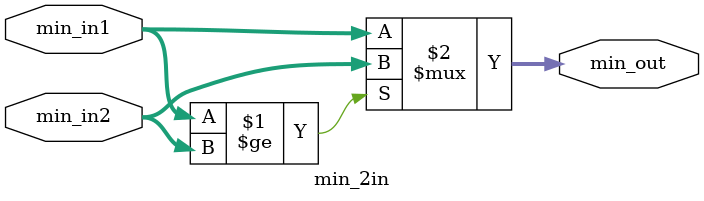
<source format=sv>
`timescale 1ns/1ps

module min_2in #(parameter LZC_WIDTH  = 5)(
	input [LZC_WIDTH-1:0] min_in1,
	input [LZC_WIDTH-1:0] min_in2,

	output logic [LZC_WIDTH-1:0] min_out
);
	
	assign min_out = (min_in1 >= min_in2) ? min_in2 : min_in1;

endmodule
</source>
